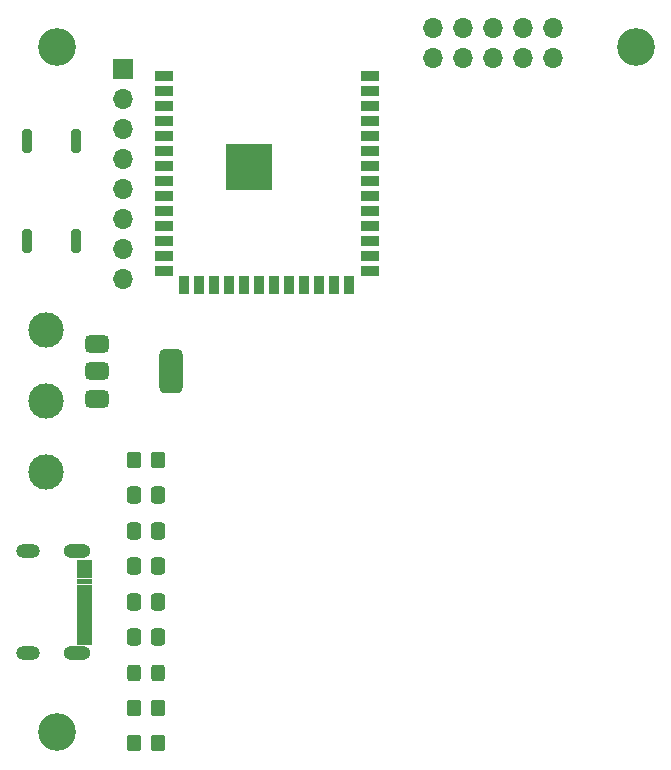
<source format=gbr>
%TF.GenerationSoftware,KiCad,Pcbnew,9.0.0*%
%TF.CreationDate,2025-03-13T15:17:37+10:00*%
%TF.ProjectId,Version 1,56657273-696f-46e2-9031-2e6b69636164,rev?*%
%TF.SameCoordinates,Original*%
%TF.FileFunction,Soldermask,Top*%
%TF.FilePolarity,Negative*%
%FSLAX46Y46*%
G04 Gerber Fmt 4.6, Leading zero omitted, Abs format (unit mm)*
G04 Created by KiCad (PCBNEW 9.0.0) date 2025-03-13 15:17:37*
%MOMM*%
%LPD*%
G01*
G04 APERTURE LIST*
G04 Aperture macros list*
%AMRoundRect*
0 Rectangle with rounded corners*
0 $1 Rounding radius*
0 $2 $3 $4 $5 $6 $7 $8 $9 X,Y pos of 4 corners*
0 Add a 4 corners polygon primitive as box body*
4,1,4,$2,$3,$4,$5,$6,$7,$8,$9,$2,$3,0*
0 Add four circle primitives for the rounded corners*
1,1,$1+$1,$2,$3*
1,1,$1+$1,$4,$5*
1,1,$1+$1,$6,$7*
1,1,$1+$1,$8,$9*
0 Add four rect primitives between the rounded corners*
20,1,$1+$1,$2,$3,$4,$5,0*
20,1,$1+$1,$4,$5,$6,$7,0*
20,1,$1+$1,$6,$7,$8,$9,0*
20,1,$1+$1,$8,$9,$2,$3,0*%
G04 Aperture macros list end*
%ADD10C,0.010000*%
%ADD11O,1.700000X1.700000*%
%ADD12C,3.200000*%
%ADD13O,2.304000X1.204000*%
%ADD14O,2.004000X1.204000*%
%ADD15RoundRect,0.250000X-0.350000X-0.450000X0.350000X-0.450000X0.350000X0.450000X-0.350000X0.450000X0*%
%ADD16C,3.000000*%
%ADD17RoundRect,0.200000X-0.200000X-0.800000X0.200000X-0.800000X0.200000X0.800000X-0.200000X0.800000X0*%
%ADD18RoundRect,0.250000X0.337500X0.475000X-0.337500X0.475000X-0.337500X-0.475000X0.337500X-0.475000X0*%
%ADD19RoundRect,0.250000X0.325000X0.450000X-0.325000X0.450000X-0.325000X-0.450000X0.325000X-0.450000X0*%
%ADD20RoundRect,0.375000X-0.625000X-0.375000X0.625000X-0.375000X0.625000X0.375000X-0.625000X0.375000X0*%
%ADD21RoundRect,0.500000X-0.500000X-1.400000X0.500000X-1.400000X0.500000X1.400000X-0.500000X1.400000X0*%
%ADD22RoundRect,0.250000X0.350000X0.450000X-0.350000X0.450000X-0.350000X-0.450000X0.350000X-0.450000X0*%
%ADD23R,1.500000X0.900000*%
%ADD24R,0.900000X1.500000*%
%ADD25C,0.600000*%
%ADD26R,3.900000X3.900000*%
%ADD27R,1.700000X1.700000*%
G04 APERTURE END LIST*
D10*
%TO.C,J1*%
X22880000Y-64150000D02*
X21630000Y-64150000D01*
X21630000Y-63450000D01*
X22880000Y-63450000D01*
X22880000Y-64150000D01*
G36*
X22880000Y-64150000D02*
G01*
X21630000Y-64150000D01*
X21630000Y-63450000D01*
X22880000Y-63450000D01*
X22880000Y-64150000D01*
G37*
X22880000Y-64950000D02*
X21630000Y-64950000D01*
X21630000Y-64250000D01*
X22880000Y-64250000D01*
X22880000Y-64950000D01*
G36*
X22880000Y-64950000D02*
G01*
X21630000Y-64950000D01*
X21630000Y-64250000D01*
X22880000Y-64250000D01*
X22880000Y-64950000D01*
G37*
X22880000Y-65450000D02*
X21630000Y-65450000D01*
X21630000Y-65050000D01*
X22880000Y-65050000D01*
X22880000Y-65450000D01*
G36*
X22880000Y-65450000D02*
G01*
X21630000Y-65450000D01*
X21630000Y-65050000D01*
X22880000Y-65050000D01*
X22880000Y-65450000D01*
G37*
X22880000Y-65950000D02*
X21630000Y-65950000D01*
X21630000Y-65550000D01*
X22880000Y-65550000D01*
X22880000Y-65950000D01*
G36*
X22880000Y-65950000D02*
G01*
X21630000Y-65950000D01*
X21630000Y-65550000D01*
X22880000Y-65550000D01*
X22880000Y-65950000D01*
G37*
X22880000Y-66450000D02*
X21630000Y-66450000D01*
X21630000Y-66050000D01*
X22880000Y-66050000D01*
X22880000Y-66450000D01*
G36*
X22880000Y-66450000D02*
G01*
X21630000Y-66450000D01*
X21630000Y-66050000D01*
X22880000Y-66050000D01*
X22880000Y-66450000D01*
G37*
X22880000Y-66950000D02*
X21630000Y-66950000D01*
X21630000Y-66550000D01*
X22880000Y-66550000D01*
X22880000Y-66950000D01*
G36*
X22880000Y-66950000D02*
G01*
X21630000Y-66950000D01*
X21630000Y-66550000D01*
X22880000Y-66550000D01*
X22880000Y-66950000D01*
G37*
X22880000Y-67450000D02*
X21630000Y-67450000D01*
X21630000Y-67050000D01*
X22880000Y-67050000D01*
X22880000Y-67450000D01*
G36*
X22880000Y-67450000D02*
G01*
X21630000Y-67450000D01*
X21630000Y-67050000D01*
X22880000Y-67050000D01*
X22880000Y-67450000D01*
G37*
X22880000Y-67950000D02*
X21630000Y-67950000D01*
X21630000Y-67550000D01*
X22880000Y-67550000D01*
X22880000Y-67950000D01*
G36*
X22880000Y-67950000D02*
G01*
X21630000Y-67950000D01*
X21630000Y-67550000D01*
X22880000Y-67550000D01*
X22880000Y-67950000D01*
G37*
X22880000Y-68450000D02*
X21630000Y-68450000D01*
X21630000Y-68050000D01*
X22880000Y-68050000D01*
X22880000Y-68450000D01*
G36*
X22880000Y-68450000D02*
G01*
X21630000Y-68450000D01*
X21630000Y-68050000D01*
X22880000Y-68050000D01*
X22880000Y-68450000D01*
G37*
X22880000Y-68950000D02*
X21630000Y-68950000D01*
X21630000Y-68550000D01*
X22880000Y-68550000D01*
X22880000Y-68950000D01*
G36*
X22880000Y-68950000D02*
G01*
X21630000Y-68950000D01*
X21630000Y-68550000D01*
X22880000Y-68550000D01*
X22880000Y-68950000D01*
G37*
X22880000Y-69750000D02*
X21630000Y-69750000D01*
X21630000Y-69050000D01*
X22880000Y-69050000D01*
X22880000Y-69750000D01*
G36*
X22880000Y-69750000D02*
G01*
X21630000Y-69750000D01*
X21630000Y-69050000D01*
X22880000Y-69050000D01*
X22880000Y-69750000D01*
G37*
X22880000Y-70550000D02*
X21630000Y-70550000D01*
X21630000Y-69850000D01*
X22880000Y-69850000D01*
X22880000Y-70550000D01*
G36*
X22880000Y-70550000D02*
G01*
X21630000Y-70550000D01*
X21630000Y-69850000D01*
X22880000Y-69850000D01*
X22880000Y-70550000D01*
G37*
%TD*%
D11*
%TO.C,J3*%
X62000000Y-18460000D03*
X62000000Y-21000000D03*
X59460000Y-18460000D03*
X59460000Y-21000000D03*
X56920000Y-18460000D03*
X56920000Y-21000000D03*
X54380000Y-18460000D03*
X54380000Y-21000000D03*
X51840000Y-18460000D03*
X51840000Y-21000000D03*
%TD*%
D12*
%TO.C,H2*%
X20000000Y-20000000D03*
%TD*%
D13*
%TO.C,J1*%
X21680000Y-62680000D03*
X21680000Y-71320000D03*
D14*
X17500000Y-62680000D03*
X17500000Y-71320000D03*
%TD*%
D15*
%TO.C,R1*%
X26500000Y-79000000D03*
X28500000Y-79000000D03*
%TD*%
D16*
%TO.C,TP2*%
X19000000Y-50000000D03*
%TD*%
%TO.C,TP1*%
X19000000Y-44000000D03*
%TD*%
D17*
%TO.C,SW1*%
X17400000Y-36500000D03*
X21600000Y-36500000D03*
%TD*%
D18*
%TO.C,C4*%
X28537500Y-70000000D03*
X26462500Y-70000000D03*
%TD*%
D19*
%TO.C,D1*%
X28525000Y-73000000D03*
X26475000Y-73000000D03*
%TD*%
D12*
%TO.C,H1*%
X69000000Y-20000000D03*
%TD*%
D18*
%TO.C,C2*%
X28537500Y-67000000D03*
X26462500Y-67000000D03*
%TD*%
D16*
%TO.C,TP3*%
X19000000Y-56000000D03*
%TD*%
D20*
%TO.C,U2*%
X23350000Y-45200000D03*
X23350000Y-47500000D03*
D21*
X29650000Y-47500000D03*
D20*
X23350000Y-49800000D03*
%TD*%
D17*
%TO.C,SW2*%
X17400000Y-28000000D03*
X21600000Y-28000000D03*
%TD*%
D22*
%TO.C,R2*%
X28500000Y-76000000D03*
X26500000Y-76000000D03*
%TD*%
D23*
%TO.C,U1*%
X29000000Y-22460000D03*
X29000000Y-23730000D03*
X29000000Y-25000000D03*
X29000000Y-26270000D03*
X29000000Y-27540000D03*
X29000000Y-28810000D03*
X29000000Y-30080000D03*
X29000000Y-31350000D03*
X29000000Y-32620000D03*
X29000000Y-33890000D03*
X29000000Y-35160000D03*
X29000000Y-36430000D03*
X29000000Y-37700000D03*
X29000000Y-38970000D03*
D24*
X30765000Y-40220000D03*
X32035000Y-40220000D03*
X33305000Y-40220000D03*
X34575000Y-40220000D03*
X35845000Y-40220000D03*
X37115000Y-40220000D03*
X38385000Y-40220000D03*
X39655000Y-40220000D03*
X40925000Y-40220000D03*
X42195000Y-40220000D03*
X43465000Y-40220000D03*
X44735000Y-40220000D03*
D23*
X46500000Y-38970000D03*
X46500000Y-37700000D03*
X46500000Y-36430000D03*
X46500000Y-35160000D03*
X46500000Y-33890000D03*
X46500000Y-32620000D03*
X46500000Y-31350000D03*
X46500000Y-30080000D03*
X46500000Y-28810000D03*
X46500000Y-27540000D03*
X46500000Y-26270000D03*
X46500000Y-25000000D03*
X46500000Y-23730000D03*
X46500000Y-22460000D03*
D25*
X34850000Y-29480000D03*
X34850000Y-30880000D03*
X35550000Y-28780000D03*
X35550000Y-30180000D03*
X35550000Y-31580000D03*
X36250000Y-29480000D03*
D26*
X36250000Y-30180000D03*
D25*
X36250000Y-30880000D03*
X36950000Y-28780000D03*
X36950000Y-30180000D03*
X36950000Y-31580000D03*
X37650000Y-29480000D03*
X37650000Y-30880000D03*
%TD*%
D27*
%TO.C,J2*%
X25600000Y-21920000D03*
D11*
X25600000Y-24460000D03*
X25600000Y-27000000D03*
X25600000Y-29540000D03*
X25600000Y-32080000D03*
X25600000Y-34620000D03*
X25600000Y-37160000D03*
X25600000Y-39700000D03*
%TD*%
D18*
%TO.C,C7*%
X28537500Y-61000000D03*
X26462500Y-61000000D03*
%TD*%
%TO.C,C9*%
X28537500Y-58000000D03*
X26462500Y-58000000D03*
%TD*%
D15*
%TO.C,R6*%
X26500000Y-55000000D03*
X28500000Y-55000000D03*
%TD*%
D12*
%TO.C,H3*%
X20000000Y-78000000D03*
%TD*%
D18*
%TO.C,C8*%
X28537500Y-64000000D03*
X26462500Y-64000000D03*
%TD*%
M02*

</source>
